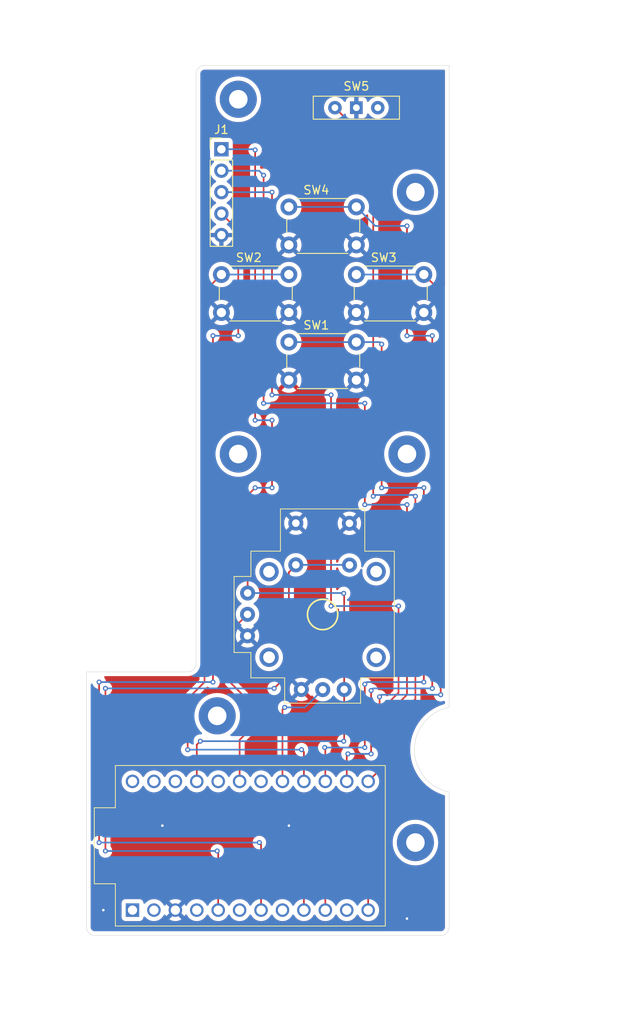
<source format=kicad_pcb>
(kicad_pcb (version 20241229) (generator "pcbnew") (generator_version "9.0")
  (layers (0 "F.Cu" signal) (2 "B.Cu" signal) (13 "F.Paste" user) (15 "B.Paste" user) (5 "F.SilkS" user "F.Silkscreen") (7 "B.SilkS" user "B.Silkscreen") (1 "F.Mask" user) (3 "B.Mask" user) (25 "Edge.Cuts" user))
  (net 0 "")
  (net 1 "GND")
  (net 2 "Vertical")
  (net 3 "Button")
  (net 4 "VCC")
  (net 5 "Horizontal")
  (net 6 "Net-(U1-B3)")
  (net 7 "Net-(U1-B1)")
  (net 8 "Net-(U1-B6)")
  (net 9 "Net-(U1-B2)")
  (net 10 "Net-(SW5-A)")
  (net 14 "Net-(U1-F5)")
  (net 15 "Net-(U1-F7)")
  (net 17 "Net-(U1-SDA)")
  (footprint "Library:SW_PUSH_8mm_H4.3mm" (layer "F.Cu") (at 123.65 67.33)
    (property "Reference" "SW2" (at 3.25 -2 0) (layer "F.SilkS"))
    (property "Value" "SW_Push")
    (fp_line (start -0.25 1.5) (end -0.25 3) (stroke (width 0.12)) (layer "F.SilkS"))
    (fp_line (start 1 5.5) (end 7 5.5) (stroke (width 0.12)) (layer "F.SilkS"))
    (fp_line (start 7 -1) (end 1 -1) (stroke (width 0.12)) (layer "F.SilkS"))
    (fp_line (start 8.4 2.95) (end 8.4 1.45) (stroke (width 0.12)) (layer "F.SilkS"))
    (pad "1" thru_hole circle (at 0 0 90) (size 2 2) (drill 1.1) (layers "*.Cu" "*.Mask") (net 7 "Net-(U1-B1)"))
    (pad "1" thru_hole circle (at 8 0 90) (size 2 2) (drill 1.1) (layers "*.Cu" "*.Mask") (net 7 "Net-(U1-B1)"))
    (pad "2" thru_hole circle (at 0 4.5 90) (size 2 2) (drill 1.1) (layers "*.Cu" "*.Mask") (net 1 "GND"))
    (pad "2" thru_hole circle (at 8 4.5 90) (size 2 2) (drill 1.1) (layers "*.Cu" "*.Mask") (net 1 "GND"))
  )
  (footprint "Button_Switch_THT:SW_Slide-03_Wuerth-WS-SLTV_10x2.5x6.4_P2.54mm" (layer "F.Cu") (at 139.65 47.58)
    (property "Reference" "SW5" (at 0 -2.54 0) (layer "F.SilkS"))
    (property "Value" "SW_SPDT")
    (fp_rect (start -5.11 -1.36) (end 5.11 1.36) (stroke (width 0.12)) (fill no) (layer "F.SilkS"))
    (pad "1" thru_hole circle (at -2.54 0) (size 1.6 1.6) (drill 0.8) (layers "*.Cu" "*.Mask") (net 10 "Net-(SW5-A)"))
    (pad "2" thru_hole rect (at 0 0) (size 1.5 1.5) (drill 0.8) (layers "*.Cu" "*.Mask") (net 1 "GND"))
    (pad "3" thru_hole circle (at 2.54 0) (size 1.6 1.6) (drill 0.8) (layers "*.Cu" "*.Mask"))
  )
  (footprint "MountingHole:MountingHole_2.2mm_M2_Pad" (layer "F.Cu") (at 146.65 134.58)
    (property "Reference" "REF**" (hide yes))
    (property "Value" "MountingHole_2.2mm_M2_Pad")
    (pad "" thru_hole circle (at 0 0) (size 4.4 4.4) (drill 2.2) (layers "*.Cu" "*.Mask"))
  )
  (footprint "Library:SW_PUSH_8mm_H4.3mm" (layer "F.Cu") (at 139.65 67.33)
    (property "Reference" "SW3" (at 3.25 -2 0) (layer "F.SilkS"))
    (property "Value" "SW_Push")
    (fp_line (start -0.25 1.5) (end -0.25 3) (stroke (width 0.12)) (layer "F.SilkS"))
    (fp_line (start 1 5.5) (end 7 5.5) (stroke (width 0.12)) (layer "F.SilkS"))
    (fp_line (start 7 -1) (end 1 -1) (stroke (width 0.12)) (layer "F.SilkS"))
    (fp_line (start 8.4 2.95) (end 8.4 1.45) (stroke (width 0.12)) (layer "F.SilkS"))
    (pad "1" thru_hole circle (at 0 0 90) (size 2 2) (drill 1.1) (layers "*.Cu" "*.Mask") (net 8 "Net-(U1-B6)"))
    (pad "1" thru_hole circle (at 8 0 90) (size 2 2) (drill 1.1) (layers "*.Cu" "*.Mask") (net 8 "Net-(U1-B6)"))
    (pad "2" thru_hole circle (at 0 4.5 90) (size 2 2) (drill 1.1) (layers "*.Cu" "*.Mask") (net 1 "GND"))
    (pad "2" thru_hole circle (at 8 4.5 90) (size 2 2) (drill 1.1) (layers "*.Cu" "*.Mask") (net 1 "GND"))
  )
  (footprint "MountingHole:MountingHole_2.2mm_M2_Pad" (layer "F.Cu") (at 145.65 88.58)
    (property "Reference" "REF**" (hide yes))
    (property "Value" "MountingHole_2.2mm_M2_Pad")
    (pad "" thru_hole circle (at 0 0) (size 4.4 4.4) (drill 2.2) (layers "*.Cu" "*.Mask"))
  )
  (footprint "promicro:ProMicro-NoSilk" (layer "F.Cu") (at 127.08 134.96)
    (property "Reference" "U1" (hide yes))
    (property "Value" "ProMicro")
    (fp_line (start -18.5 -4.5) (end -16 -4.5) (stroke (width 0.1)) (layer "F.SilkS"))
    (fp_line (start -18.5 4.5) (end -18.5 -4.5) (stroke (width 0.1)) (layer "F.SilkS"))
    (fp_line (start -16 -9.5) (end 16 -9.5) (stroke (width 0.1)) (layer "F.SilkS"))
    (fp_line (start -16 -4.5) (end -16 -9.5) (stroke (width 0.1)) (layer "F.SilkS"))
    (fp_line (start -16 4.5) (end -18.5 4.5) (stroke (width 0.1)) (layer "F.SilkS"))
    (fp_line (start -16 9.5) (end -16 4.5) (stroke (width 0.1)) (layer "F.SilkS"))
    (fp_line (start 16 -9.5) (end 16 9.5) (stroke (width 0.1)) (layer "F.SilkS"))
    (fp_line (start 16 9.5) (end -16 9.5) (stroke (width 0.1)) (layer "F.SilkS"))
    (pad "1" thru_hole rect (at -13.97 7.62) (size 1.6 1.6) (drill 1.1) (layers "*.Cu" "*.Mask"))
    (pad "2" thru_hole circle (at -11.43 7.62) (size 1.6 1.6) (drill 1.1) (layers "*.Cu" "*.Mask"))
    (pad "3" thru_hole circle (at -8.89 7.62) (size 1.6 1.6) (drill 1.1) (layers "*.Cu" "*.Mask") (net 1 "GND"))
    (pad "4" thru_hole circle (at -6.35 7.62) (size 1.6 1.6) (drill 1.1) (layers "*.Cu" "*.Mask"))
    (pad "5" thru_hole circle (at -3.81 7.62) (size 1.6 1.6) (drill 1.1) (layers "*.Cu" "*.Mask") (net 17 "Net-(U1-SDA)"))
    (pad "6" thru_hole circle (at -1.27 7.62) (size 1.6 1.6) (drill 1.1) (layers "*.Cu" "*.Mask"))
    (pad "7" thru_hole circle (at 1.27 7.62) (size 1.6 1.6) (drill 1.1) (layers "*.Cu" "*.Mask") (net 2 "Vertical"))
    (pad "8" thru_hole circle (at 3.81 7.62) (size 1.6 1.6) (drill 1.1) (layers "*.Cu" "*.Mask"))
    (pad "9" thru_hole circle (at 6.35 7.62) (size 1.6 1.6) (drill 1.1) (layers "*.Cu" "*.Mask") (net 5 "Horizontal"))
    (pad "10" thru_hole circle (at 8.89 7.62) (size 1.6 1.6) (drill 1.1) (layers "*.Cu" "*.Mask") (net 3 "Button"))
    (pad "11" thru_hole circle (at 11.43 7.62) (size 1.6 1.6) (drill 1.1) (layers "*.Cu" "*.Mask"))
    (pad "12" thru_hole circle (at 13.97 7.62) (size 1.6 1.6) (drill 1.1) (layers "*.Cu" "*.Mask") (net 10 "Net-(SW5-A)"))
    (pad "13" thru_hole circle (at 13.97 -7.62) (size 1.6 1.6) (drill 1.1) (layers "*.Cu" "*.Mask") (net 8 "Net-(U1-B6)"))
    (pad "14" thru_hole circle (at 11.43 -7.62) (size 1.6 1.6) (drill 1.1) (layers "*.Cu" "*.Mask") (net 9 "Net-(U1-B2)"))
    (pad "15" thru_hole circle (at 8.89 -7.62) (size 1.6 1.6) (drill 1.1) (layers "*.Cu" "*.Mask") (net 6 "Net-(U1-B3)"))
    (pad "16" thru_hole circle (at 6.35 -7.62) (size 1.6 1.6) (drill 1.1) (layers "*.Cu" "*.Mask") (net 7 "Net-(U1-B1)"))
    (pad "17" thru_hole circle (at 3.81 -7.62) (size 1.6 1.6) (drill 1.1) (layers "*.Cu" "*.Mask") (net 15 "Net-(U1-F7)"))
    (pad "18" thru_hole circle (at 1.27 -7.62) (size 1.6 1.6) (drill 1.1) (layers "*.Cu" "*.Mask"))
    (pad "19" thru_hole circle (at -1.27 -7.62) (size 1.6 1.6) (drill 1.1) (layers "*.Cu" "*.Mask") (net 14 "Net-(U1-F5)"))
    (pad "20" thru_hole circle (at -3.81 -7.62) (size 1.6 1.6) (drill 1.1) (layers "*.Cu" "*.Mask"))
    (pad "21" thru_hole circle (at -6.35 -7.62) (size 1.6 1.6) (drill 1.1) (layers "*.Cu" "*.Mask") (net 4 "VCC"))
    (pad "22" thru_hole circle (at -8.89 -7.62) (size 1.6 1.6) (drill 1.1) (layers "*.Cu" "*.Mask"))
    (pad "23" thru_hole circle (at -11.43 -7.62) (size 1.6 1.6) (drill 1.1) (layers "*.Cu" "*.Mask"))
    (pad "24" thru_hole circle (at -13.97 -7.62) (size 1.6 1.6) (drill 1.1) (layers "*.Cu" "*.Mask"))
  )
  (footprint "MountingHole:MountingHole_2.2mm_M2_Pad" (layer "F.Cu") (at 123.15 119.58)
    (property "Reference" "REF**" (hide yes))
    (property "Value" "MountingHole_2.2mm_M2_Pad")
    (pad "" thru_hole circle (at 0 0) (size 4.4 4.4) (drill 2.2) (layers "*.Cu" "*.Mask"))
  )
  (footprint "Library:SW_PUSH_8mm_H4.3mm" (layer "F.Cu") (at 131.65 59.33)
    (property "Reference" "SW4" (at 3.25 -2 0) (layer "F.SilkS"))
    (property "Value" "SW_Push")
    (fp_line (start -0.25 1.5) (end -0.25 3) (stroke (width 0.12)) (layer "F.SilkS"))
    (fp_line (start 1 5.5) (end 7 5.5) (stroke (width 0.12)) (layer "F.SilkS"))
    (fp_line (start 7 -1) (end 1 -1) (stroke (width 0.12)) (layer "F.SilkS"))
    (fp_line (start 8.4 2.95) (end 8.4 1.45) (stroke (width 0.12)) (layer "F.SilkS"))
    (pad "1" thru_hole circle (at 0 0 90) (size 2 2) (drill 1.1) (layers "*.Cu" "*.Mask") (net 9 "Net-(U1-B2)"))
    (pad "1" thru_hole circle (at 8 0 90) (size 2 2) (drill 1.1) (layers "*.Cu" "*.Mask") (net 9 "Net-(U1-B2)"))
    (pad "2" thru_hole circle (at 0 4.5 90) (size 2 2) (drill 1.1) (layers "*.Cu" "*.Mask") (net 1 "GND"))
    (pad "2" thru_hole circle (at 8 4.5 90) (size 2 2) (drill 1.1) (layers "*.Cu" "*.Mask") (net 1 "GND"))
  )
  (footprint "Connector_PinHeader_2.54mm:PinHeader_1x05_P2.54mm_Vertical" (layer "F.Cu") (at 123.65 52.5)
    (property "Reference" "J1" (at 0 -2.33 0) (layer "F.SilkS"))
    (property "Value" "Conn_01x05_Socket")
    (fp_line (start -1.33 -1.33) (end 0 -1.33) (stroke (width 0.12)) (layer "F.SilkS"))
    (fp_line (start -1.33 0) (end -1.33 -1.33) (stroke (width 0.12)) (layer "F.SilkS"))
    (fp_line (start -1.33 1.27) (end -1.33 11.49) (stroke (width 0.12)) (layer "F.SilkS"))
    (fp_line (start -1.33 1.27) (end 1.33 1.27) (stroke (width 0.12)) (layer "F.SilkS"))
    (fp_line (start -1.33 11.49) (end 1.33 11.49) (stroke (width 0.12)) (layer "F.SilkS"))
    (fp_line (start 1.33 1.27) (end 1.33 11.49) (stroke (width 0.12)) (layer "F.SilkS"))
    (pad "1" thru_hole rect (at 0 0) (size 1.7 1.7) (drill 1) (layers "*.Cu" "*.Mask") (net 4 "VCC"))
    (pad "2" thru_hole oval (at 0 2.54) (size 1.7 1.7) (drill 1) (layers "*.Cu" "*.Mask") (net 3 "Button"))
    (pad "3" thru_hole oval (at 0 5.08) (size 1.7 1.7) (drill 1) (layers "*.Cu" "*.Mask") (net 5 "Horizontal"))
    (pad "4" thru_hole oval (at 0 7.62) (size 1.7 1.7) (drill 1) (layers "*.Cu" "*.Mask") (net 2 "Vertical"))
    (pad "5" thru_hole oval (at 0 10.16) (size 1.7 1.7) (drill 1) (layers "*.Cu" "*.Mask") (net 1 "GND"))
  )
  (footprint "MountingHole:MountingHole_2.2mm_M2_Pad" (layer "F.Cu") (at 146.65 57.58)
    (property "Reference" "REF**" (hide yes))
    (property "Value" "MountingHole_2.2mm_M2_Pad")
    (pad "" thru_hole circle (at 0 0) (size 4.4 4.4) (drill 2.2) (layers "*.Cu" "*.Mask"))
  )
  (footprint "Library:SW_PUSH_8mm_H4.3mm" (layer "F.Cu") (at 131.65 75.33)
    (property "Reference" "SW1" (at 3.25 -2 0) (layer "F.SilkS"))
    (property "Value" "SW_Push")
    (fp_line (start -0.25 1.5) (end -0.25 3) (stroke (width 0.12)) (layer "F.SilkS"))
    (fp_line (start 1 5.5) (end 7 5.5) (stroke (width 0.12)) (layer "F.SilkS"))
    (fp_line (start 7 -1) (end 1 -1) (stroke (width 0.12)) (layer "F.SilkS"))
    (fp_line (start 8.4 2.95) (end 8.4 1.45) (stroke (width 0.12)) (layer "F.SilkS"))
    (pad "1" thru_hole circle (at 0 0 90) (size 2 2) (drill 1.1) (layers "*.Cu" "*.Mask") (net 6 "Net-(U1-B3)"))
    (pad "1" thru_hole circle (at 8 0 90) (size 2 2) (drill 1.1) (layers "*.Cu" "*.Mask") (net 6 "Net-(U1-B3)"))
    (pad "2" thru_hole circle (at 0 4.5 90) (size 2 2) (drill 1.1) (layers "*.Cu" "*.Mask") (net 1 "GND"))
    (pad "2" thru_hole circle (at 8 4.5 90) (size 2 2) (drill 1.1) (layers "*.Cu" "*.Mask") (net 1 "GND"))
  )
  (footprint "Library:PS4_joystick" (layer "F.Cu") (at 135.65 107.58)
    (property "Reference" "U3" (hide yes))
    (property "Value" "Analog Joystick" (hide yes))
    (fp_line (start -10.5 -4.5) (end -10.5 4.5) (stroke (width 0.1)) (layer "F.SilkS"))
    (fp_line (start -10.5 4.5) (end -8.5 4.5) (stroke (width 0.1)) (layer "F.SilkS"))
    (fp_line (start -8.5 -7.5) (end -8.5 -4.5) (stroke (width 0.1)) (layer "F.SilkS"))
    (fp_line (start -8.5 -4.5) (end -10.5 -4.5) (stroke (width 0.1)) (layer "F.SilkS"))
    (fp_line (start -8.5 4.5) (end -8.5 7.5) (stroke (width 0.1)) (layer "F.SilkS"))
    (fp_line (start -8.5 7.5) (end -4.5 7.5) (stroke (width 0.1)) (layer "F.SilkS"))
    (fp_line (start -5 -7.5) (end -8.5 -7.5) (stroke (width 0.1)) (layer "F.SilkS"))
    (fp_line (start -5 -7.5) (end -5 -12.5) (stroke (width 0.1)) (layer "F.SilkS"))
    (fp_line (start -4.5 7.5) (end -4.5 10.5) (stroke (width 0.1)) (layer "F.SilkS"))
    (fp_line (start -4.5 10.5) (end 4.5 10.5) (stroke (width 0.1)) (layer "F.SilkS"))
    (fp_line (start 4.5 7.5) (end 8.5 7.5) (stroke (width 0.1)) (layer "F.SilkS"))
    (fp_line (start 4.5 10.5) (end 4.5 7.5) (stroke (width 0.1)) (layer "F.SilkS"))
    (fp_line (start 5 -12.5) (end -5 -12.5) (stroke (width 0.1)) (layer "F.SilkS"))
    (fp_line (start 5 -7.5) (end 5 -12.5) (stroke (width 0.1)) (layer "F.SilkS"))
    (fp_line (start 8.5 -7.5) (end 5 -7.5) (stroke (width 0.1)) (layer "F.SilkS"))
    (fp_line (start 8.5 7.5) (end 8.5 -7.5) (stroke (width 0.1)) (layer "F.SilkS"))
    (fp_circle (center 0 0) (end 1.796034 0) (stroke (width 0.2)) (fill no) (layer "F.SilkS"))
    (pad "" thru_hole circle (at -6.35 -5.0648) (size 2.286 2.286) (drill 1.397) (layers "*.Cu" "*.Mask"))
    (pad "" thru_hole circle (at -6.35 5.0652) (size 2.286 2.286) (drill 1.397) (layers "*.Cu" "*.Mask"))
    (pad "" thru_hole circle (at 6.35 -5.08) (size 2.286 2.286) (drill 1.397) (layers "*.Cu" "*.Mask"))
    (pad "" thru_hole circle (at 6.35 5.08) (size 2.286 2.286) (drill 1.397) (layers "*.Cu" "*.Mask"))
    (pad "1" thru_hole circle (at -2.525 8.8752) (size 1.778 1.778) (drill 0.889) (layers "*.Cu" "*.Mask") (net 1 "GND"))
    (pad "2" thru_hole circle (at 0.015 8.8952) (size 1.778 1.778) (drill 0.889) (layers "*.Cu" "*.Mask") (net 15 "Net-(U1-F7)"))
    (pad "3" thru_hole circle (at 2.555 8.8752) (size 1.778 1.778) (drill 0.889) (layers "*.Cu" "*.Mask") (net 4 "VCC"))
    (pad "4" thru_hole circle (at -8.89 -2.54) (size 1.778 1.778) (drill 0.889) (layers "*.Cu" "*.Mask") (net 4 "VCC"))
    (pad "5" thru_hole circle (at -8.905 -0.0148) (size 1.778 1.778) (drill 0.889) (layers "*.Cu" "*.Mask") (net 14 "Net-(U1-F5)"))
    (pad "6" thru_hole circle (at -8.905 2.5252) (size 1.778 1.778) (drill 0.889) (layers "*.Cu" "*.Mask") (net 1 "GND"))
    (pad "7" thru_hole circle (at -3.175 -5.8748) (size 1.778 1.778) (drill 0.9) (layers "*.Cu" "*.Mask") (net 17 "Net-(U1-SDA)"))
    (pad "7" thru_hole circle (at 3.185 -5.8548) (size 1.778 1.778) (drill 0.9) (layers "*.Cu" "*.Mask") (net 17 "Net-(U1-SDA)"))
    (pad "8" thru_hole circle (at -3.175 -10.8148) (size 1.778 1.778) (drill 0.9) (layers "*.Cu" "*.Mask") (net 1 "GND"))
    (pad "8" thru_hole circle (at 3.175 -10.795) (size 1.778 1.778) (drill 0.9) (layers "*.Cu" "*.Mask") (net 1 "GND"))
  )
  (footprint "MountingHole:MountingHole_2.2mm_M2_Pad" (layer "F.Cu") (at 125.65 46.58)
    (property "Reference" "REF**" (hide yes))
    (property "Value" "MountingHole_2.2mm_M2_Pad")
    (pad "" thru_hole circle (at 0 0) (size 4.4 4.4) (drill 2.2) (layers "*.Cu" "*.Mask"))
  )
  (footprint "MountingHole:MountingHole_2.2mm_M2_Pad" (layer "F.Cu") (at 125.65 88.58)
    (property "Reference" "REF**" (hide yes))
    (property "Value" "MountingHole_2.2mm_M2_Pad")
    (pad "" thru_hole circle (at 0 0) (size 4.4 4.4) (drill 2.2) (layers "*.Cu" "*.Mask"))
  )
  (gr_line (start 119.65 114.372893) (end 107.65 114.372893) (stroke (width 0.05)) (layer "Edge.Cuts"))
  (gr_arc (start 108.65 145.58) (mid 107.942893 145.287107) (end 107.65 144.58) (stroke (width 0.05)) (layer "Edge.Cuts"))
  (gr_line (start 150.65 144.58) (end 150.65 128.596772) (stroke (width 0.05)) (layer "Edge.Cuts"))
  (gr_line (start 108.65 145.58) (end 149.65 145.58) (stroke (width 0.05)) (layer "Edge.Cuts"))
  (gr_arc (start 120.65 113.372893) (mid 120.357107 114.08) (end 119.65 114.372893) (stroke (width 0.05)) (layer "Edge.Cuts"))
  (gr_arc (start 150.65 144.58) (mid 150.357107 145.287107) (end 149.65 145.58) (stroke (width 0.05)) (layer "Edge.Cuts"))
  (gr_line (start 107.65 114.372893) (end 107.65 144.58) (stroke (width 0.05)) (layer "Edge.Cuts"))
  (gr_line (start 120.65 113.372893) (end 120.65 43.58) (stroke (width 0.05)) (layer "Edge.Cuts"))
  (gr_arc (start 120.65 43.58) (mid 120.942893 42.872893) (end 121.65 42.58) (stroke (width 0.05)) (layer "Edge.Cuts"))
  (gr_line (start 150.65 42.58) (end 121.65 42.58) (stroke (width 0.05)) (layer "Edge.Cuts"))
  (gr_arc (start 150.65 128.596772) (mid 146.534533 123.581645) (end 150.646774 118.563872) (stroke (width 0.05)) (layer "Edge.Cuts"))
  (gr_line (start 150.65 42.58) (end 150.65 118.563229) (stroke (width 0.05)) (layer "Edge.Cuts"))
  (via (at 131.65 132.58) (size 0.6) (drill 0.3) (layers "F.Cu" "B.Cu") (net 1))
  (via (at 145.65 143.58) (size 0.6) (drill 0.3) (layers "F.Cu" "B.Cu") (net 1))
  (via (at 116.65 132.58) (size 0.6) (drill 0.3) (layers "F.Cu" "B.Cu") (net 1))
  (via (at 109.65 142.58) (size 0.6) (drill 0.3) (layers "F.Cu" "B.Cu") (net 1))
  (segment (start 109.15 115.58) (end 109.15 134.58) (width 0.2) (layer "F.Cu") (net 2))
  (segment (start 125.65 74.58) (end 125.65 62.12) (width 0.2) (layer "F.Cu") (net 2))
  (segment (start 128.15 134.58) (end 128.35 134.78) (width 0.2) (layer "F.Cu") (net 2))
  (segment (start 122.65 115.58) (end 122.65 74.58) (width 0.2) (layer "F.Cu") (net 2))
  (segment (start 128.35 134.78) (end 128.35 142.58) (width 0.2) (layer "F.Cu") (net 2))
  (segment (start 125.65 62.12) (end 123.65 60.12) (width 0.2) (layer "F.Cu") (net 2))
  (via (at 109.15 115.58) (size 0.6) (drill 0.3) (layers "F.Cu" "B.Cu") (net 2))
  (via (at 122.65 74.58) (size 0.6) (drill 0.3) (layers "F.Cu" "B.Cu") (net 2))
  (via (at 122.65 115.58) (size 0.6) (drill 0.3) (layers "F.Cu" "B.Cu") (net 2))
  (via (at 128.15 134.58) (size 0.6) (drill 0.3) (layers "F.Cu" "B.Cu") (net 2))
  (via (at 109.15 134.58) (size 0.6) (drill 0.3) (layers "F.Cu" "B.Cu") (net 2))
  (via (at 125.65 74.58) (size 0.6) (drill 0.3) (layers "F.Cu" "B.Cu") (net 2))
  (segment (start 109.15 134.58) (end 128.15 134.58) (width 0.2) (layer "B.Cu") (net 2))
  (segment (start 122.65 115.58) (end 109.15 115.58) (width 0.2) (layer "B.Cu") (net 2))
  (segment (start 122.65 74.58) (end 125.65 74.58) (width 0.2) (layer "B.Cu") (net 2))
  (segment (start 145.65 94.58) (end 145.65 117.08) (width 0.2) (layer "F.Cu") (net 3))
  (segment (start 144.15 118.58) (end 144.15 127.83) (width 0.2) (layer "F.Cu") (net 3))
  (segment (start 135.97 136.01) (end 135.97 142.58) (width 0.2) (layer "F.Cu") (net 3))
  (segment (start 140.65 82.58) (end 140.65 94.58) (width 0.2) (layer "F.Cu") (net 3))
  (segment (start 144.15 127.83) (end 135.97 136.01) (width 0.2) (layer "F.Cu") (net 3))
  (segment (start 128.65 82.58) (end 128.65 55.58) (width 0.2) (layer "F.Cu") (net 3))
  (segment (start 145.65 117.08) (end 144.15 118.58) (width 0.2) (layer "F.Cu") (net 3))
  (via (at 128.65 82.58) (size 0.6) (drill 0.3) (layers "F.Cu" "B.Cu") (net 3))
  (via (at 140.65 94.58) (size 0.6) (drill 0.3) (layers "F.Cu" "B.Cu") (net 3))
  (via (at 128.65 55.58) (size 0.6) (drill 0.3) (layers "F.Cu" "B.Cu") (net 3))
  (via (at 145.65 94.58) (size 0.6) (drill 0.3) (layers "F.Cu" "B.Cu") (net 3))
  (via (at 140.65 82.58) (size 0.6) (drill 0.3) (layers "F.Cu" "B.Cu") (net 3))
  (segment (start 128.11 55.04) (end 128.65 55.58) (width 0.2) (layer "B.Cu") (net 3))
  (segment (start 141.65 94.58) (end 140.65 94.58) (width 0.2) (layer "B.Cu") (net 3))
  (segment (start 140.65 82.58) (end 128.65 82.58) (width 0.2) (layer "B.Cu") (net 3))
  (segment (start 145.65 94.58) (end 141.65 94.58) (width 0.2) (layer "B.Cu") (net 3))
  (segment (start 123.65 55.04) (end 128.11 55.04) (width 0.2) (layer "B.Cu") (net 3))
  (segment (start 127.65 84.58) (end 127.65 53.58) (width 0.2) (layer "F.Cu") (net 4))
  (segment (start 120.73 123) (end 121.15 122.58) (width 0.2) (layer "F.Cu") (net 4))
  (segment (start 127.65 52.58) (end 127.65 53.58) (width 0.2) (layer "F.Cu") (net 4))
  (segment (start 138.205 122.525) (end 138.205 116.4552) (width 0.2) (layer "F.Cu") (net 4))
  (segment (start 126.76 105.04) (end 126.76 93.47) (width 0.2) (layer "F.Cu") (net 4))
  (segment (start 138.205 105.135) (end 138.205 116.4552) (width 0.2) (layer "F.Cu") (net 4))
  (segment (start 126.76 93.47) (end 127.65 92.58) (width 0.2) (layer "F.Cu") (net 4))
  (segment (start 129.65 92.58) (end 129.65 84.58) (width 0.2) (layer "F.Cu") (net 4))
  (segment (start 138.15 105.08) (end 138.205 105.135) (width 0.2) (layer "F.Cu") (net 4))
  (segment (start 138.15 122.58) (end 138.205 122.525) (width 0.2) (layer "F.Cu") (net 4))
  (segment (start 120.73 127.34) (end 120.73 123) (width 0.2) (layer "F.Cu") (net 4))
  (via (at 129.65 84.58) (size 0.6) (drill 0.3) (layers "F.Cu" "B.Cu") (net 4))
  (via (at 129.65 92.58) (size 0.6) (drill 0.3) (layers "F.Cu" "B.Cu") (net 4))
  (via (at 127.65 84.58) (size 0.6) (drill 0.3) (layers "F.Cu" "B.Cu") (net 4))
  (via (at 127.65 52.58) (size 0.6) (drill 0.3) (layers "F.Cu" "B.Cu") (net 4))
  (via (at 138.15 105.08) (size 0.6) (drill 0.3) (layers "F.Cu" "B.Cu") (net 4))
  (via (at 127.65 92.58) (size 0.6) (drill 0.3) (layers "F.Cu" "B.Cu") (net 4))
  (via (at 121.15 122.58) (size 0.6) (drill 0.3) (layers "F.Cu" "B.Cu") (net 4))
  (via (at 138.15 122.58) (size 0.6) (drill 0.3) (layers "F.Cu" "B.Cu") (net 4))
  (segment (start 127.57 52.5) (end 127.65 52.58) (width 0.2) (layer "B.Cu") (net 4))
  (segment (start 123.65 52.5) (end 127.57 52.5) (width 0.2) (layer "B.Cu") (net 4))
  (segment (start 138.11 105.04) (end 138.15 105.08) (width 0.2) (layer "B.Cu") (net 4))
  (segment (start 121.15 122.58) (end 138.15 122.58) (width 0.2) (layer "B.Cu") (net 4))
  (segment (start 127.65 92.58) (end 129.65 92.58) (width 0.2) (layer "B.Cu") (net 4))
  (segment (start 129.65 84.58) (end 127.65 84.58) (width 0.2) (layer "B.Cu") (net 4))
  (segment (start 126.76 105.04) (end 138.11 105.04) (width 0.2) (layer "B.Cu") (net 4))
  (segment (start 129.65 81.58) (end 129.65 57.58) (width 0.2) (layer "F.Cu") (net 5))
  (segment (start 143.4 118.08) (end 143.4 127.33) (width 0.2) (layer "F.Cu") (net 5))
  (segment (start 136.65 106.58) (end 136.65 81.58) (width 0.2) (layer "F.Cu") (net 5))
  (segment (start 143.4 127.33) (end 133.43 137.3) (width 0.2) (layer "F.Cu") (net 5))
  (segment (start 144.65 106.58) (end 144.65 116.83) (width 0.2) (layer "F.Cu") (net 5))
  (segment (start 144.65 116.83) (end 143.4 118.08) (width 0.2) (layer "F.Cu") (net 5))
  (segment (start 133.43 137.3) (end 133.43 142.58) (width 0.2) (layer "F.Cu") (net 5))
  (via (at 136.65 106.58) (size 0.6) (drill 0.3) (layers "F.Cu" "B.Cu") (net 5))
  (via (at 144.65 106.58) (size 0.6) (drill 0.3) (layers "F.Cu" "B.Cu") (net 5))
  (via (at 129.65 81.58) (size 0.6) (drill 0.3) (layers "F.Cu" "B.Cu") (net 5))
  (via (at 129.65 57.58) (size 0.6) (drill 0.3) (layers "F.Cu" "B.Cu") (net 5))
  (via (at 136.65 81.58) (size 0.6) (drill 0.3) (layers "F.Cu" "B.Cu") (net 5))
  (segment (start 144.65 106.58) (end 136.65 106.58) (width 0.2) (layer "B.Cu") (net 5))
  (segment (start 136.65 81.58) (end 129.65 81.58) (width 0.2) (layer "B.Cu") (net 5))
  (segment (start 129.65 57.58) (end 123.65 57.58) (width 0.2) (layer "B.Cu") (net 5))
  (segment (start 140.65 115.83) (end 140.65 123.33) (width 0.2) (layer "F.Cu") (net 6))
  (segment (start 135.9 123.33) (end 135.97 123.4) (width 0.2) (layer "F.Cu") (net 6))
  (segment (start 147.65 115.66) (end 147.65 114.58) (width 0.2) (layer "F.Cu") (net 6))
  (segment (start 147.65 114.58) (end 147.65 92.58) (width 0.2) (layer "F.Cu") (net 6))
  (segment (start 135.97 123.4) (end 135.97 127.34) (width 0.2) (layer "F.Cu") (net 6))
  (segment (start 142.65 92.58) (end 142.65 75.58) (width 0.2) (layer "F.Cu") (net 6))
  (segment (start 147.65 115.58) (end 147.65 114.58) (width 0.2) (layer "F.Cu") (net 6))
  (via (at 140.65 123.33) (size 0.6) (drill 0.3) (layers "F.Cu" "B.Cu") (net 6))
  (via (at 147.65 115.58) (size 0.6) (drill 0.3) (layers "F.Cu" "B.Cu") (net 6))
  (via (at 142.65 75.58) (size 0.6) (drill 0.3) (layers "F.Cu" "B.Cu") (net 6))
  (via (at 140.65 115.83) (size 0.6) (drill 0.3) (layers "F.Cu" "B.Cu") (net 6))
  (via (at 142.65 92.58) (size 0.6) (drill 0.3) (layers "F.Cu" "B.Cu") (net 6))
  (via (at 135.9 123.33) (size 0.6) (drill 0.3) (layers "F.Cu" "B.Cu") (net 6))
  (via (at 147.65 92.58) (size 0.6) (drill 0.3) (layers "F.Cu" "B.Cu") (net 6))
  (segment (start 140.65 115.83) (end 140.9 115.58) (width 0.2) (layer "B.Cu") (net 6))
  (segment (start 140.65 123.33) (end 135.9 123.33) (width 0.2) (layer "B.Cu") (net 6))
  (segment (start 147.65 92.58) (end 142.65 92.58) (width 0.2) (layer "B.Cu") (net 6))
  (segment (start 140.9 115.58) (end 147.65 115.58) (width 0.2) (layer "B.Cu") (net 6))
  (segment (start 142.65 75.58) (end 142.4 75.33) (width 0.2) (layer "B.Cu") (net 6))
  (segment (start 142.4 75.33) (end 139.65 75.33) (width 0.2) (layer "B.Cu") (net 6))
  (segment (start 131.65 75.33) (end 139.65 75.33) (width 0.2) (layer "B.Cu") (net 6))
  (segment (start 119.65 123.58) (end 119.65 117.58) (width 0.2) (layer "F.Cu") (net 7))
  (segment (start 121.65 69.33) (end 123.65 67.33) (width 0.2) (layer "F.Cu") (net 7))
  (segment (start 119.65 117.58) (end 121.65 115.58) (width 0.2) (layer "F.Cu") (net 7))
  (segment (start 133.43 127.34) (end 133.43 123.86) (width 0.2) (layer "F.Cu") (net 7))
  (segment (start 121.65 115.58) (end 121.65 69.33) (width 0.2) (layer "F.Cu") (net 7))
  (segment (start 133.43 123.86) (end 133.15 123.58) (width 0.2) (layer "F.Cu") (net 7))
  (via (at 133.15 123.58) (size 0.6) (drill 0.3) (layers "F.Cu" "B.Cu") (net 7))
  (via (at 119.65 123.58) (size 0.6) (drill 0.3) (layers "F.Cu" "B.Cu") (net 7))
  (segment (start 123.65 67.33) (end 131.65 67.33) (width 0.2) (layer "B.Cu") (net 7))
  (segment (start 133.15 123.58) (end 119.65 123.58) (width 0.2) (layer "B.Cu") (net 7))
  (segment (start 142.4 125.99) (end 141.05 127.34) (width 0.2) (layer "F.Cu") (net 8))
  (segment (start 149.65 116.58) (end 149.65 117.08) (width 0.2) (layer "F.Cu") (net 8))
  (segment (start 142.4 117.33) (end 142.4 125.99) (width 0.2) (layer "F.Cu") (net 8))
  (segment (start 147.65 67.33) (end 149.65 69.33) (width 0.2) (layer "F.Cu") (net 8))
  (segment (start 149.65 69.33) (end 149.65 116.58) (width 0.2) (layer "F.Cu") (net 8))
  (via (at 149.65 117.08) (size 0.6) (drill 0.3) (layers "F.Cu" "B.Cu") (net 8))
  (via (at 142.4 117.33) (size 0.6) (drill 0.3) (layers "F.Cu" "B.Cu") (net 8))
  (segment (start 149.65 117.08) (end 142.65 117.08) (width 0.2) (layer "B.Cu") (net 8))
  (segment (start 142.65 117.08) (end 142.4 117.33) (width 0.2) (layer "B.Cu") (net 8))
  (segment (start 139.65 67.33) (end 147.65 67.33) (width 0.2) (layer "B.Cu") (net 8))
  (segment (start 145.65 74.58) (end 145.65 61.58) (width 0.2) (layer "F.Cu") (net 9))
  (segment (start 141.4 116.58) (end 141.4 124.08) (width 0.2) (layer "F.Cu") (net 9))
  (segment (start 148.65 116.08) (end 148.65 116.33) (width 0.2) (layer "F.Cu") (net 9))
  (segment (start 138.65 124.08) (end 138.51 124.22) (width 0.2) (layer "F.Cu") (net 9))
  (segment (start 138.51 124.22) (end 138.51 127.34) (width 0.2) (layer "F.Cu") (net 9))
  (segment (start 148.65 116.08) (end 148.65 74.58) (width 0.2) (layer "F.Cu") (net 9))
  (via (at 138.65 124.08) (size 0.6) (drill 0.3) (layers "F.Cu" "B.Cu") (net 9))
  (via (at 141.4 124.08) (size 0.6) (drill 0.3) (layers "F.Cu" "B.Cu") (net 9))
  (via (at 145.65 74.58) (size 0.6) (drill 0.3) (layers "F.Cu" "B.Cu") (net 9))
  (via (at 148.65 74.58) (size 0.6) (drill 0.3) (layers "F.Cu" "B.Cu") (net 9))
  (via (at 145.65 61.58) (size 0.6) (drill 0.3) (layers "F.Cu" "B.Cu") (net 9))
  (via (at 148.65 116.33) (size 0.6) (drill 0.3) (layers "F.Cu" "B.Cu") (net 9))
  (via (at 141.4 116.58) (size 0.6) (drill 0.3) (layers "F.Cu" "B.Cu") (net 9))
  (segment (start 148.65 74.58) (end 145.65 74.58) (width 0.2) (layer "B.Cu") (net 9))
  (segment (start 148.65 116.33) (end 141.65 116.33) (width 0.2) (layer "B.Cu") (net 9))
  (segment (start 141.65 116.33) (end 141.4 116.58) (width 0.2) (layer "B.Cu") (net 9))
  (segment (start 141.4 124.08) (end 138.65 124.08) (width 0.2) (layer "B.Cu") (net 9))
  (segment (start 131.65 59.33) (end 139.65 59.33) (width 0.2) (layer "B.Cu") (net 9))
  (segment (start 145.65 61.58) (end 141.9 61.58) (width 0.2) (layer "B.Cu") (net 9))
  (segment (start 141.9 61.58) (end 139.65 59.33) (width 0.2) (layer "B.Cu") (net 9))
  (segment (start 146.65 117.58) (end 145.15 119.08) (width 0.2) (layer "F.Cu") (net 10))
  (segment (start 141.65 52.12) (end 141.65 52.58) (width 0.2) (layer "F.Cu") (net 10))
  (segment (start 145.15 119.08) (end 145.15 128.33) (width 0.2) (layer "F.Cu") (net 10))
  (segment (start 145.15 128.33) (end 141.05 132.43) (width 0.2) (layer "F.Cu") (net 10))
  (segment (start 146.65 93.58) (end 146.65 117.58) (width 0.2) (layer "F.Cu") (net 10))
  (segment (start 141.65 93.58) (end 141.65 52.58) (width 0.2) (layer "F.Cu") (net 10))
  (segment (start 141.05 132.43) (end 141.05 142.58) (width 0.2) (layer "F.Cu") (net 10))
  (segment (start 137.11 47.58) (end 141.65 52.12) (width 0.2) (layer "F.Cu") (net 10))
  (via (at 141.65 93.58) (size 0.6) (drill 0.3) (layers "F.Cu" "B.Cu") (net 10))
  (via (at 146.65 93.58) (size 0.6) (drill 0.3) (layers "F.Cu" "B.Cu") (net 10))
  (segment (start 146.65 93.58) (end 146.499942 93.429942) (width 0.2) (layer "B.Cu") (net 10))
  (segment (start 141.800058 93.429942) (end 141.65 93.58) (width 0.2) (layer "B.Cu") (net 10))
  (segment (start 146.499942 93.429942) (end 141.800058 93.429942) (width 0.2) (layer "B.Cu") (net 10))
  (segment (start 125.81 122.42) (end 125.81 127.34) (width 0.2) (layer "F.Cu") (net 14))
  (segment (start 126.65 121.58) (end 125.81 122.42) (width 0.2) (layer "F.Cu") (net 14))
  (segment (start 124.65 115.58) (end 124.65 109.6602) (width 0.2) (layer "F.Cu") (net 14))
  (segment (start 124.65 109.6602) (end 126.745 107.5652) (width 0.2) (layer "F.Cu") (net 14))
  (segment (start 124.65 115.58) (end 126.65 117.58) (width 0.2) (layer "F.Cu") (net 14))
  (segment (start 126.65 117.58) (end 126.65 121.58) (width 0.2) (layer "F.Cu") (net 14))
  (segment (start 130.89 118.84) (end 131.15 118.58) (width 0.2) (layer "F.Cu") (net 15))
  (segment (start 130.89 127.34) (end 130.89 118.84) (width 0.2) (layer "F.Cu") (net 15))
  (via (at 131.15 118.58) (size 0.6) (drill 0.3) (layers "F.Cu" "B.Cu") (net 15))
  (segment (start 131.15 118.58) (end 133.5602 118.58) (width 0.2) (layer "B.Cu") (net 15))
  (segment (start 133.5602 118.58) (end 135.665 116.4752) (width 0.2) (layer "B.Cu") (net 15))
  (segment (start 131.65 114.58) (end 130.65 115.58) (width 0.2) (layer "F.Cu") (net 17))
  (segment (start 123.27 135.7) (end 123.27 142.58) (width 0.2) (layer "F.Cu") (net 17))
  (segment (start 132.475 101.7052) (end 132.475 101.755) (width 0.2) (layer "F.Cu") (net 17))
  (segment (start 131.65 102.58) (end 131.65 114.58) (width 0.2) (layer "F.Cu") (net 17))
  (segment (start 109.9 116.33) (end 109.9 135.58) (width 0.2) (layer "F.Cu") (net 17))
  (segment (start 132.475 101.755) (end 131.65 102.58) (width 0.2) (layer "F.Cu") (net 17))
  (segment (start 130.65 115.58) (end 129.9 116.33) (width 0.2) (layer "F.Cu") (net 17))
  (segment (start 123.15 135.58) (end 123.27 135.7) (width 0.2) (layer "F.Cu") (net 17))
  (via (at 109.9 116.33) (size 0.6) (drill 0.3) (layers "F.Cu" "B.Cu") (net 17))
  (via (at 123.15 135.58) (size 0.6) (drill 0.3) (layers "F.Cu" "B.Cu") (net 17))
  (via (at 109.9 135.58) (size 0.6) (drill 0.3) (layers "F.Cu" "B.Cu") (net 17))
  (via (at 129.9 116.33) (size 0.6) (drill 0.3) (layers "F.Cu" "B.Cu") (net 17))
  (segment (start 129.9 116.33) (end 109.9 116.33) (width 0.2) (layer "B.Cu") (net 17))
  (segment (start 109.9 135.58) (end 123.15 135.58) (width 0.2) (layer "B.Cu") (net 17))
  (segment (start 138.815 101.7052) (end 138.835 101.7252) (width 0.2) (layer "B.Cu") (net 17))
  (segment (start 132.475 101.7052) (end 138.815 101.7052) (width 0.2) (layer "B.Cu") (net 17))
  (zone (net 1) (net_name "GND") (layers "F.Cu" "B.Cu") (connect_pads (clearance 0.5)) (min_thickness 0.25) (fill yes (thermal_gap 0.5) (thermal_bridge_width 0.5))
    (polygon (pts (xy 97.4 156.08) (xy 97.9 35.83) (xy 173.4 34.83) (xy 171.9 155.83)))
  )
)
</source>
